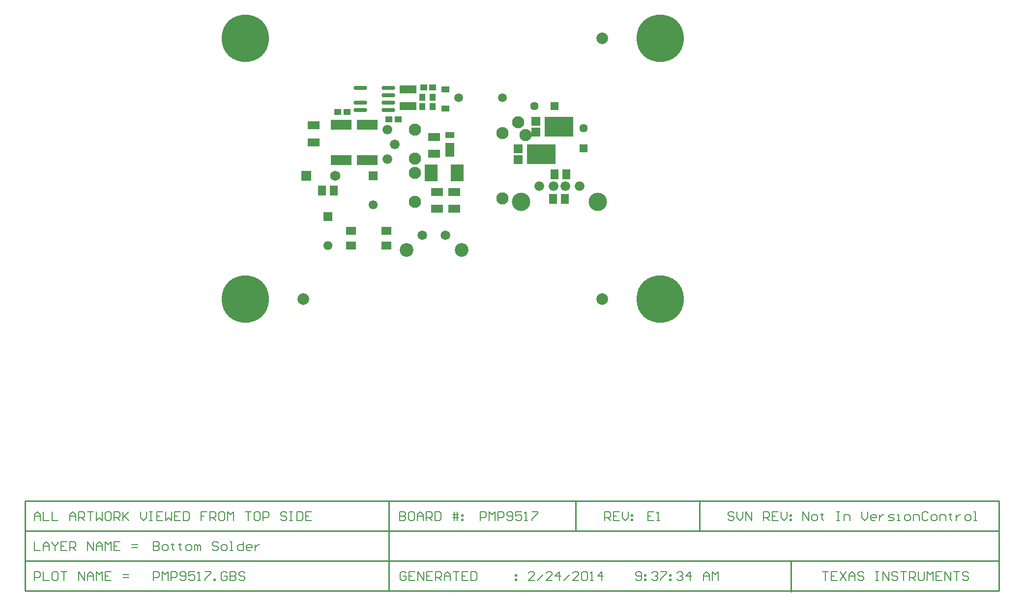
<source format=gbs>
%FSAX25Y25*%
%MOIN*%
G70*
G01*
G75*
G04 Layer_Color=16711935*
%ADD10R,0.06300X0.05000*%
%ADD11C,0.01969*%
%ADD12C,0.03937*%
%ADD13C,0.00800*%
%ADD14C,0.01000*%
%ADD15C,0.31496*%
%ADD16C,0.05512*%
%ADD17R,0.05512X0.05512*%
%ADD18R,0.05118X0.05118*%
%ADD19C,0.05118*%
%ADD20C,0.11811*%
%ADD21C,0.06000*%
%ADD22C,0.06299*%
%ADD23R,0.06299X0.06299*%
%ADD24C,0.05906*%
%ADD25R,0.05118X0.05118*%
%ADD26C,0.05315*%
%ADD27C,0.07874*%
%ADD28C,0.08700*%
%ADD29C,0.03937*%
%ADD30R,0.05000X0.06300*%
%ADD31R,0.05512X0.05472*%
%ADD32R,0.19134X0.13228*%
%ADD33R,0.07284X0.05118*%
%ADD34R,0.03740X0.03937*%
%ADD35R,0.03937X0.03740*%
%ADD36R,0.13780X0.05906*%
%ADD37R,0.05512X0.03543*%
%ADD38R,0.05512X0.08661*%
%ADD39R,0.10630X0.05118*%
%ADD40R,0.05984X0.04724*%
%ADD41R,0.08500X0.10799*%
%ADD42R,0.04803X0.03602*%
%ADD43O,0.08661X0.02362*%
%ADD44C,0.03150*%
%ADD45C,0.00700*%
%ADD46C,0.00787*%
%ADD47C,0.00500*%
%ADD48C,0.00799*%
%ADD49C,0.01400*%
%ADD50C,0.00984*%
%ADD51C,0.00591*%
%ADD52R,0.06900X0.05600*%
%ADD53C,0.32096*%
%ADD54C,0.00600*%
%ADD55C,0.06112*%
%ADD56R,0.06112X0.06112*%
%ADD57R,0.05718X0.05718*%
%ADD58C,0.05718*%
%ADD59C,0.12411*%
%ADD60C,0.06600*%
%ADD61C,0.06899*%
%ADD62R,0.06899X0.06899*%
%ADD63C,0.06506*%
%ADD64R,0.05718X0.05718*%
%ADD65C,0.05915*%
%ADD66C,0.08268*%
%ADD67C,0.00394*%
%ADD68C,0.09300*%
%ADD69R,0.05600X0.06900*%
%ADD70R,0.06112X0.06072*%
%ADD71R,0.19734X0.13828*%
%ADD72R,0.07883X0.05718*%
%ADD73R,0.04340X0.04537*%
%ADD74R,0.04537X0.04340*%
%ADD75C,0.07874*%
%ADD76R,0.14379X0.06506*%
%ADD77R,0.06112X0.04143*%
%ADD78R,0.06112X0.09261*%
%ADD79R,0.11230X0.05718*%
%ADD80R,0.06584X0.05324*%
%ADD81R,0.09100X0.11399*%
%ADD82R,0.05403X0.04202*%
%ADD83O,0.09261X0.02962*%
G54D13*
X0126900Y0073549D02*
Y0067551D01*
X0129899D01*
X0130899Y0068550D01*
Y0069550D01*
X0129899Y0070550D01*
X0126900D01*
X0129899D01*
X0130899Y0071549D01*
Y0072549D01*
X0129899Y0073549D01*
X0126900D01*
X0133898Y0067551D02*
X0135897D01*
X0136897Y0068550D01*
Y0070550D01*
X0135897Y0071549D01*
X0133898D01*
X0132898Y0070550D01*
Y0068550D01*
X0133898Y0067551D01*
X0139896Y0072549D02*
Y0071549D01*
X0138896D01*
X0140895D01*
X0139896D01*
Y0068550D01*
X0140895Y0067551D01*
X0144894Y0072549D02*
Y0071549D01*
X0143895D01*
X0145894D01*
X0144894D01*
Y0068550D01*
X0145894Y0067551D01*
X0149893D02*
X0151892D01*
X0152892Y0068550D01*
Y0070550D01*
X0151892Y0071549D01*
X0149893D01*
X0148893Y0070550D01*
Y0068550D01*
X0149893Y0067551D01*
X0154891D02*
Y0071549D01*
X0155891D01*
X0156890Y0070550D01*
Y0067551D01*
Y0070550D01*
X0157890Y0071549D01*
X0158890Y0070550D01*
Y0067551D01*
X0170886Y0072549D02*
X0169886Y0073549D01*
X0167887D01*
X0166887Y0072549D01*
Y0071549D01*
X0167887Y0070550D01*
X0169886D01*
X0170886Y0069550D01*
Y0068550D01*
X0169886Y0067551D01*
X0167887D01*
X0166887Y0068550D01*
X0173885Y0067551D02*
X0175884D01*
X0176884Y0068550D01*
Y0070550D01*
X0175884Y0071549D01*
X0173885D01*
X0172885Y0070550D01*
Y0068550D01*
X0173885Y0067551D01*
X0178883D02*
X0180883D01*
X0179883D01*
Y0073549D01*
X0178883D01*
X0187880D02*
Y0067551D01*
X0184881D01*
X0183882Y0068550D01*
Y0070550D01*
X0184881Y0071549D01*
X0187880D01*
X0192879Y0067551D02*
X0190879D01*
X0189880Y0068550D01*
Y0070550D01*
X0190879Y0071549D01*
X0192879D01*
X0193878Y0070550D01*
Y0069550D01*
X0189880D01*
X0195878Y0071549D02*
Y0067551D01*
Y0069550D01*
X0196877Y0070550D01*
X0197877Y0071549D01*
X0198877D01*
X0567400Y0087833D02*
Y0093831D01*
X0571399Y0087833D01*
Y0093831D01*
X0574398Y0087833D02*
X0576397D01*
X0577397Y0088833D01*
Y0090832D01*
X0576397Y0091832D01*
X0574398D01*
X0573398Y0090832D01*
Y0088833D01*
X0574398Y0087833D01*
X0580396Y0092832D02*
Y0091832D01*
X0579396D01*
X0581395D01*
X0580396D01*
Y0088833D01*
X0581395Y0087833D01*
X0590393Y0093831D02*
X0592392D01*
X0591392D01*
Y0087833D01*
X0590393D01*
X0592392D01*
X0595391D02*
Y0091832D01*
X0598390D01*
X0599390Y0090832D01*
Y0087833D01*
X0607387Y0093831D02*
Y0089833D01*
X0609386Y0087833D01*
X0611386Y0089833D01*
Y0093831D01*
X0616384Y0087833D02*
X0614385D01*
X0613385Y0088833D01*
Y0090832D01*
X0614385Y0091832D01*
X0616384D01*
X0617384Y0090832D01*
Y0089833D01*
X0613385D01*
X0619383Y0091832D02*
Y0087833D01*
Y0089833D01*
X0620383Y0090832D01*
X0621383Y0091832D01*
X0622382D01*
X0625381Y0087833D02*
X0628380D01*
X0629380Y0088833D01*
X0628380Y0089833D01*
X0626381D01*
X0625381Y0090832D01*
X0626381Y0091832D01*
X0629380D01*
X0631379Y0087833D02*
X0633379D01*
X0632379D01*
Y0091832D01*
X0631379D01*
X0637377Y0087833D02*
X0639377D01*
X0640376Y0088833D01*
Y0090832D01*
X0639377Y0091832D01*
X0637377D01*
X0636378Y0090832D01*
Y0088833D01*
X0637377Y0087833D01*
X0642376D02*
Y0091832D01*
X0645375D01*
X0646374Y0090832D01*
Y0087833D01*
X0652373Y0092832D02*
X0651373Y0093831D01*
X0649373D01*
X0648374Y0092832D01*
Y0088833D01*
X0649373Y0087833D01*
X0651373D01*
X0652373Y0088833D01*
X0655372Y0087833D02*
X0657371D01*
X0658371Y0088833D01*
Y0090832D01*
X0657371Y0091832D01*
X0655372D01*
X0654372Y0090832D01*
Y0088833D01*
X0655372Y0087833D01*
X0660370D02*
Y0091832D01*
X0663369D01*
X0664369Y0090832D01*
Y0087833D01*
X0667368Y0092832D02*
Y0091832D01*
X0666368D01*
X0668367D01*
X0667368D01*
Y0088833D01*
X0668367Y0087833D01*
X0671366Y0091832D02*
Y0087833D01*
Y0089833D01*
X0672366Y0090832D01*
X0673366Y0091832D01*
X0674365D01*
X0678364Y0087833D02*
X0680364D01*
X0681363Y0088833D01*
Y0090832D01*
X0680364Y0091832D01*
X0678364D01*
X0677364Y0090832D01*
Y0088833D01*
X0678364Y0087833D01*
X0683362D02*
X0685362D01*
X0684362D01*
Y0093831D01*
X0683362D01*
X0520799Y0092832D02*
X0519799Y0093831D01*
X0517800D01*
X0516800Y0092832D01*
Y0091832D01*
X0517800Y0090832D01*
X0519799D01*
X0520799Y0089833D01*
Y0088833D01*
X0519799Y0087833D01*
X0517800D01*
X0516800Y0088833D01*
X0522798Y0093831D02*
Y0089833D01*
X0524797Y0087833D01*
X0526797Y0089833D01*
Y0093831D01*
X0528796Y0087833D02*
Y0093831D01*
X0532795Y0087833D01*
Y0093831D01*
X0540792Y0087833D02*
Y0093831D01*
X0543791D01*
X0544791Y0092832D01*
Y0090832D01*
X0543791Y0089833D01*
X0540792D01*
X0542792D02*
X0544791Y0087833D01*
X0550789Y0093831D02*
X0546790D01*
Y0087833D01*
X0550789D01*
X0546790Y0090832D02*
X0548790D01*
X0552788Y0093831D02*
Y0089833D01*
X0554788Y0087833D01*
X0556787Y0089833D01*
Y0093831D01*
X0558786Y0091832D02*
X0559786D01*
Y0090832D01*
X0558786D01*
Y0091832D01*
Y0088833D02*
X0559786D01*
Y0087833D01*
X0558786D01*
Y0088833D01*
X0433000Y0087833D02*
Y0093831D01*
X0435999D01*
X0436999Y0092832D01*
Y0090832D01*
X0435999Y0089833D01*
X0433000D01*
X0434999D02*
X0436999Y0087833D01*
X0442997Y0093831D02*
X0438998D01*
Y0087833D01*
X0442997D01*
X0438998Y0090832D02*
X0440997D01*
X0444996Y0093831D02*
Y0089833D01*
X0446995Y0087833D01*
X0448995Y0089833D01*
Y0093831D01*
X0450994Y0091832D02*
X0451994D01*
Y0090832D01*
X0450994D01*
Y0091832D01*
Y0088833D02*
X0451994D01*
Y0087833D01*
X0450994D01*
Y0088833D01*
X0126900Y0046966D02*
Y0052965D01*
X0129899D01*
X0130899Y0051965D01*
Y0049966D01*
X0129899Y0048966D01*
X0126900D01*
X0132898Y0046966D02*
Y0052965D01*
X0134897Y0050965D01*
X0136897Y0052965D01*
Y0046966D01*
X0138896D02*
Y0052965D01*
X0141895D01*
X0142895Y0051965D01*
Y0049966D01*
X0141895Y0048966D01*
X0138896D01*
X0144894Y0047966D02*
X0145894Y0046966D01*
X0147893D01*
X0148893Y0047966D01*
Y0051965D01*
X0147893Y0052965D01*
X0145894D01*
X0144894Y0051965D01*
Y0050965D01*
X0145894Y0049966D01*
X0148893D01*
X0154891Y0052965D02*
X0150892D01*
Y0049966D01*
X0152892Y0050965D01*
X0153891D01*
X0154891Y0049966D01*
Y0047966D01*
X0153891Y0046966D01*
X0151892D01*
X0150892Y0047966D01*
X0156890Y0046966D02*
X0158890D01*
X0157890D01*
Y0052965D01*
X0156890Y0051965D01*
X0161889Y0052965D02*
X0165887D01*
Y0051965D01*
X0161889Y0047966D01*
Y0046966D01*
X0167887D02*
Y0047966D01*
X0168886D01*
Y0046966D01*
X0167887D01*
X0176884Y0051965D02*
X0175884Y0052965D01*
X0173885D01*
X0172885Y0051965D01*
Y0047966D01*
X0173885Y0046966D01*
X0175884D01*
X0176884Y0047966D01*
Y0049966D01*
X0174884D01*
X0178883Y0052965D02*
Y0046966D01*
X0181882D01*
X0182882Y0047966D01*
Y0048966D01*
X0181882Y0049966D01*
X0178883D01*
X0181882D01*
X0182882Y0050965D01*
Y0051965D01*
X0181882Y0052965D01*
X0178883D01*
X0188880Y0051965D02*
X0187880Y0052965D01*
X0185881D01*
X0184881Y0051965D01*
Y0050965D01*
X0185881Y0049966D01*
X0187880D01*
X0188880Y0048966D01*
Y0047966D01*
X0187880Y0046966D01*
X0185881D01*
X0184881Y0047966D01*
X0385149Y0046966D02*
X0381150D01*
X0385149Y0050965D01*
Y0051965D01*
X0384149Y0052965D01*
X0382150D01*
X0381150Y0051965D01*
X0387148Y0046966D02*
X0391147Y0050965D01*
X0397145Y0046966D02*
X0393146D01*
X0397145Y0050965D01*
Y0051965D01*
X0396145Y0052965D01*
X0394146D01*
X0393146Y0051965D01*
X0402143Y0046966D02*
Y0052965D01*
X0399144Y0049966D01*
X0403143D01*
X0405142Y0046966D02*
X0409141Y0050965D01*
X0415139Y0046966D02*
X0411140D01*
X0415139Y0050965D01*
Y0051965D01*
X0414139Y0052965D01*
X0412140D01*
X0411140Y0051965D01*
X0417138D02*
X0418138Y0052965D01*
X0420137D01*
X0421137Y0051965D01*
Y0047966D01*
X0420137Y0046966D01*
X0418138D01*
X0417138Y0047966D01*
Y0051965D01*
X0423136Y0046966D02*
X0425136D01*
X0424136D01*
Y0052965D01*
X0423136Y0051965D01*
X0431134Y0046966D02*
Y0052965D01*
X0428135Y0049966D01*
X0432133D01*
X0298199Y0051965D02*
X0297199Y0052965D01*
X0295200D01*
X0294200Y0051965D01*
Y0047966D01*
X0295200Y0046966D01*
X0297199D01*
X0298199Y0047966D01*
Y0049966D01*
X0296199D01*
X0304197Y0052965D02*
X0300198D01*
Y0046966D01*
X0304197D01*
X0300198Y0049966D02*
X0302197D01*
X0306196Y0046966D02*
Y0052965D01*
X0310195Y0046966D01*
Y0052965D01*
X0316193D02*
X0312194D01*
Y0046966D01*
X0316193D01*
X0312194Y0049966D02*
X0314194D01*
X0318192Y0046966D02*
Y0052965D01*
X0321191D01*
X0322191Y0051965D01*
Y0049966D01*
X0321191Y0048966D01*
X0318192D01*
X0320192D02*
X0322191Y0046966D01*
X0324190D02*
Y0050965D01*
X0326190Y0052965D01*
X0328189Y0050965D01*
Y0046966D01*
Y0049966D01*
X0324190D01*
X0330188Y0052965D02*
X0334187D01*
X0332188D01*
Y0046966D01*
X0340185Y0052965D02*
X0336186D01*
Y0046966D01*
X0340185D01*
X0336186Y0049966D02*
X0338186D01*
X0342184Y0052965D02*
Y0046966D01*
X0345183D01*
X0346183Y0047966D01*
Y0051965D01*
X0345183Y0052965D01*
X0342184D01*
X0372175Y0050965D02*
X0373175D01*
Y0049966D01*
X0372175D01*
Y0050965D01*
Y0047966D02*
X0373175D01*
Y0046966D01*
X0372175D01*
Y0047966D01*
X0046350Y0087833D02*
Y0091832D01*
X0048349Y0093831D01*
X0050349Y0091832D01*
Y0087833D01*
Y0090832D01*
X0046350D01*
X0052348Y0093831D02*
Y0087833D01*
X0056347D01*
X0058346Y0093831D02*
Y0087833D01*
X0062345D01*
X0070342D02*
Y0091832D01*
X0072342Y0093831D01*
X0074341Y0091832D01*
Y0087833D01*
Y0090832D01*
X0070342D01*
X0076340Y0087833D02*
Y0093831D01*
X0079339D01*
X0080339Y0092832D01*
Y0090832D01*
X0079339Y0089833D01*
X0076340D01*
X0078340D02*
X0080339Y0087833D01*
X0082338Y0093831D02*
X0086337D01*
X0084338D01*
Y0087833D01*
X0088336Y0093831D02*
Y0087833D01*
X0090336Y0089833D01*
X0092335Y0087833D01*
Y0093831D01*
X0097334D02*
X0095334D01*
X0094335Y0092832D01*
Y0088833D01*
X0095334Y0087833D01*
X0097334D01*
X0098333Y0088833D01*
Y0092832D01*
X0097334Y0093831D01*
X0100332Y0087833D02*
Y0093831D01*
X0103332D01*
X0104331Y0092832D01*
Y0090832D01*
X0103332Y0089833D01*
X0100332D01*
X0102332D02*
X0104331Y0087833D01*
X0106331Y0093831D02*
Y0087833D01*
Y0089833D01*
X0110329Y0093831D01*
X0107330Y0090832D01*
X0110329Y0087833D01*
X0118327Y0093831D02*
Y0089833D01*
X0120326Y0087833D01*
X0122325Y0089833D01*
Y0093831D01*
X0124325D02*
X0126324D01*
X0125324D01*
Y0087833D01*
X0124325D01*
X0126324D01*
X0133322Y0093831D02*
X0129323D01*
Y0087833D01*
X0133322D01*
X0129323Y0090832D02*
X0131323D01*
X0135321Y0093831D02*
Y0087833D01*
X0137321Y0089833D01*
X0139320Y0087833D01*
Y0093831D01*
X0145318D02*
X0141319D01*
Y0087833D01*
X0145318D01*
X0141319Y0090832D02*
X0143319D01*
X0147317Y0093831D02*
Y0087833D01*
X0150316D01*
X0151316Y0088833D01*
Y0092832D01*
X0150316Y0093831D01*
X0147317D01*
X0163312D02*
X0159313D01*
Y0090832D01*
X0161313D01*
X0159313D01*
Y0087833D01*
X0165312D02*
Y0093831D01*
X0168310D01*
X0169310Y0092832D01*
Y0090832D01*
X0168310Y0089833D01*
X0165312D01*
X0167311D02*
X0169310Y0087833D01*
X0174309Y0093831D02*
X0172309D01*
X0171310Y0092832D01*
Y0088833D01*
X0172309Y0087833D01*
X0174309D01*
X0175308Y0088833D01*
Y0092832D01*
X0174309Y0093831D01*
X0177308Y0087833D02*
Y0093831D01*
X0179307Y0091832D01*
X0181306Y0093831D01*
Y0087833D01*
X0189304Y0093831D02*
X0193303D01*
X0191303D01*
Y0087833D01*
X0198301Y0093831D02*
X0196301D01*
X0195302Y0092832D01*
Y0088833D01*
X0196301Y0087833D01*
X0198301D01*
X0199301Y0088833D01*
Y0092832D01*
X0198301Y0093831D01*
X0201300Y0087833D02*
Y0093831D01*
X0204299D01*
X0205299Y0092832D01*
Y0090832D01*
X0204299Y0089833D01*
X0201300D01*
X0217295Y0092832D02*
X0216295Y0093831D01*
X0214296D01*
X0213296Y0092832D01*
Y0091832D01*
X0214296Y0090832D01*
X0216295D01*
X0217295Y0089833D01*
Y0088833D01*
X0216295Y0087833D01*
X0214296D01*
X0213296Y0088833D01*
X0219294Y0093831D02*
X0221293D01*
X0220294D01*
Y0087833D01*
X0219294D01*
X0221293D01*
X0224292Y0093831D02*
Y0087833D01*
X0227291D01*
X0228291Y0088833D01*
Y0092832D01*
X0227291Y0093831D01*
X0224292D01*
X0234289D02*
X0230291D01*
Y0087833D01*
X0234289D01*
X0230291Y0090832D02*
X0232290D01*
X0466149Y0093831D02*
X0462150D01*
Y0087833D01*
X0466149D01*
X0462150Y0090832D02*
X0464149D01*
X0468148Y0087833D02*
X0470147D01*
X0469148D01*
Y0093831D01*
X0468148Y0092832D01*
X0348550Y0087833D02*
Y0093831D01*
X0351549D01*
X0352549Y0092832D01*
Y0090832D01*
X0351549Y0089833D01*
X0348550D01*
X0354548Y0087833D02*
Y0093831D01*
X0356547Y0091832D01*
X0358547Y0093831D01*
Y0087833D01*
X0360546D02*
Y0093831D01*
X0363545D01*
X0364545Y0092832D01*
Y0090832D01*
X0363545Y0089833D01*
X0360546D01*
X0366544Y0088833D02*
X0367544Y0087833D01*
X0369543D01*
X0370543Y0088833D01*
Y0092832D01*
X0369543Y0093831D01*
X0367544D01*
X0366544Y0092832D01*
Y0091832D01*
X0367544Y0090832D01*
X0370543D01*
X0376541Y0093831D02*
X0372542D01*
Y0090832D01*
X0374542Y0091832D01*
X0375541D01*
X0376541Y0090832D01*
Y0088833D01*
X0375541Y0087833D01*
X0373542D01*
X0372542Y0088833D01*
X0378540Y0087833D02*
X0380540D01*
X0379540D01*
Y0093831D01*
X0378540Y0092832D01*
X0383539Y0093831D02*
X0387537D01*
Y0092832D01*
X0383539Y0088833D01*
Y0087833D01*
X0294000Y0093831D02*
Y0087833D01*
X0296999D01*
X0297999Y0088833D01*
Y0089833D01*
X0296999Y0090832D01*
X0294000D01*
X0296999D01*
X0297999Y0091832D01*
Y0092832D01*
X0296999Y0093831D01*
X0294000D01*
X0302997D02*
X0300998D01*
X0299998Y0092832D01*
Y0088833D01*
X0300998Y0087833D01*
X0302997D01*
X0303997Y0088833D01*
Y0092832D01*
X0302997Y0093831D01*
X0305996Y0087833D02*
Y0091832D01*
X0307996Y0093831D01*
X0309995Y0091832D01*
Y0087833D01*
Y0090832D01*
X0305996D01*
X0311994Y0087833D02*
Y0093831D01*
X0314993D01*
X0315993Y0092832D01*
Y0090832D01*
X0314993Y0089833D01*
X0311994D01*
X0313994D02*
X0315993Y0087833D01*
X0317992Y0093831D02*
Y0087833D01*
X0320991D01*
X0321991Y0088833D01*
Y0092832D01*
X0320991Y0093831D01*
X0317992D01*
X0330988Y0087833D02*
Y0093831D01*
X0332987D02*
Y0087833D01*
X0329988Y0091832D02*
X0332987D01*
X0333987D01*
X0329988Y0089833D02*
X0333987D01*
X0335986Y0091832D02*
X0336986D01*
Y0090832D01*
X0335986D01*
Y0091832D01*
Y0088833D02*
X0336986D01*
Y0087833D01*
X0335986D01*
Y0088833D01*
X0046350Y0073549D02*
Y0067551D01*
X0050349D01*
X0052348D02*
Y0071549D01*
X0054347Y0073549D01*
X0056347Y0071549D01*
Y0067551D01*
Y0070550D01*
X0052348D01*
X0058346Y0073549D02*
Y0072549D01*
X0060346Y0070550D01*
X0062345Y0072549D01*
Y0073549D01*
X0060346Y0070550D02*
Y0067551D01*
X0068343Y0073549D02*
X0064344D01*
Y0067551D01*
X0068343D01*
X0064344Y0070550D02*
X0066343D01*
X0070342Y0067551D02*
Y0073549D01*
X0073341D01*
X0074341Y0072549D01*
Y0070550D01*
X0073341Y0069550D01*
X0070342D01*
X0072342D02*
X0074341Y0067551D01*
X0082338D02*
Y0073549D01*
X0086337Y0067551D01*
Y0073549D01*
X0088336Y0067551D02*
Y0071549D01*
X0090336Y0073549D01*
X0092335Y0071549D01*
Y0067551D01*
Y0070550D01*
X0088336D01*
X0094335Y0067551D02*
Y0073549D01*
X0096334Y0071549D01*
X0098333Y0073549D01*
Y0067551D01*
X0104331Y0073549D02*
X0100332D01*
Y0067551D01*
X0104331D01*
X0100332Y0070550D02*
X0102332D01*
X0112329Y0069550D02*
X0116327D01*
X0112329Y0071549D02*
X0116327D01*
X0046350Y0046966D02*
Y0052965D01*
X0049349D01*
X0050349Y0051965D01*
Y0049966D01*
X0049349Y0048966D01*
X0046350D01*
X0052348Y0052965D02*
Y0046966D01*
X0056347D01*
X0061345Y0052965D02*
X0059346D01*
X0058346Y0051965D01*
Y0047966D01*
X0059346Y0046966D01*
X0061345D01*
X0062345Y0047966D01*
Y0051965D01*
X0061345Y0052965D01*
X0064344D02*
X0068343D01*
X0066343D01*
Y0046966D01*
X0076340D02*
Y0052965D01*
X0080339Y0046966D01*
Y0052965D01*
X0082338Y0046966D02*
Y0050965D01*
X0084338Y0052965D01*
X0086337Y0050965D01*
Y0046966D01*
Y0049966D01*
X0082338D01*
X0088336Y0046966D02*
Y0052965D01*
X0090336Y0050965D01*
X0092335Y0052965D01*
Y0046966D01*
X0098333Y0052965D02*
X0094335D01*
Y0046966D01*
X0098333D01*
X0094335Y0049966D02*
X0096334D01*
X0106331Y0048966D02*
X0110329D01*
X0106331Y0050965D02*
X0110329D01*
X0454050Y0047966D02*
X0455050Y0046966D01*
X0457049D01*
X0458049Y0047966D01*
Y0051965D01*
X0457049Y0052965D01*
X0455050D01*
X0454050Y0051965D01*
Y0050965D01*
X0455050Y0049966D01*
X0458049D01*
X0460048Y0050965D02*
X0461048D01*
Y0049966D01*
X0460048D01*
Y0050965D01*
Y0047966D02*
X0461048D01*
Y0046966D01*
X0460048D01*
Y0047966D01*
X0465046Y0051965D02*
X0466046Y0052965D01*
X0468046D01*
X0469045Y0051965D01*
Y0050965D01*
X0468046Y0049966D01*
X0467046D01*
X0468046D01*
X0469045Y0048966D01*
Y0047966D01*
X0468046Y0046966D01*
X0466046D01*
X0465046Y0047966D01*
X0471044Y0052965D02*
X0475043D01*
Y0051965D01*
X0471044Y0047966D01*
Y0046966D01*
X0477043Y0050965D02*
X0478042D01*
Y0049966D01*
X0477043D01*
Y0050965D01*
Y0047966D02*
X0478042D01*
Y0046966D01*
X0477043D01*
Y0047966D01*
X0482041Y0051965D02*
X0483041Y0052965D01*
X0485040D01*
X0486040Y0051965D01*
Y0050965D01*
X0485040Y0049966D01*
X0484040D01*
X0485040D01*
X0486040Y0048966D01*
Y0047966D01*
X0485040Y0046966D01*
X0483041D01*
X0482041Y0047966D01*
X0491038Y0046966D02*
Y0052965D01*
X0488039Y0049966D01*
X0492038D01*
X0500035Y0046966D02*
Y0050965D01*
X0502035Y0052965D01*
X0504034Y0050965D01*
Y0046966D01*
Y0049966D01*
X0500035D01*
X0506033Y0046966D02*
Y0052965D01*
X0508033Y0050965D01*
X0510032Y0052965D01*
Y0046966D01*
X0580500Y0052965D02*
X0584499D01*
X0582499D01*
Y0046966D01*
X0590497Y0052965D02*
X0586498D01*
Y0046966D01*
X0590497D01*
X0586498Y0049966D02*
X0588497D01*
X0592496Y0052965D02*
X0596495Y0046966D01*
Y0052965D02*
X0592496Y0046966D01*
X0598494D02*
Y0050965D01*
X0600493Y0052965D01*
X0602493Y0050965D01*
Y0046966D01*
Y0049966D01*
X0598494D01*
X0608491Y0051965D02*
X0607491Y0052965D01*
X0605492D01*
X0604492Y0051965D01*
Y0050965D01*
X0605492Y0049966D01*
X0607491D01*
X0608491Y0048966D01*
Y0047966D01*
X0607491Y0046966D01*
X0605492D01*
X0604492Y0047966D01*
X0616488Y0052965D02*
X0618488D01*
X0617488D01*
Y0046966D01*
X0616488D01*
X0618488D01*
X0621487D02*
Y0052965D01*
X0625486Y0046966D01*
Y0052965D01*
X0631484Y0051965D02*
X0630484Y0052965D01*
X0628484D01*
X0627485Y0051965D01*
Y0050965D01*
X0628484Y0049966D01*
X0630484D01*
X0631484Y0048966D01*
Y0047966D01*
X0630484Y0046966D01*
X0628484D01*
X0627485Y0047966D01*
X0633483Y0052965D02*
X0637482D01*
X0635482D01*
Y0046966D01*
X0639481D02*
Y0052965D01*
X0642480D01*
X0643480Y0051965D01*
Y0049966D01*
X0642480Y0048966D01*
X0639481D01*
X0641480D02*
X0643480Y0046966D01*
X0645479Y0052965D02*
Y0047966D01*
X0646479Y0046966D01*
X0648478D01*
X0649478Y0047966D01*
Y0052965D01*
X0651477Y0046966D02*
Y0052965D01*
X0653476Y0050965D01*
X0655476Y0052965D01*
Y0046966D01*
X0661474Y0052965D02*
X0657475D01*
Y0046966D01*
X0661474D01*
X0657475Y0049966D02*
X0659474D01*
X0663473Y0046966D02*
Y0052965D01*
X0667472Y0046966D01*
Y0052965D01*
X0669471D02*
X0673470D01*
X0671471D01*
Y0046966D01*
X0679468Y0051965D02*
X0678468Y0052965D01*
X0676469D01*
X0675469Y0051965D01*
Y0050965D01*
X0676469Y0049966D01*
X0678468D01*
X0679468Y0048966D01*
Y0047966D01*
X0678468Y0046966D01*
X0676469D01*
X0675469Y0047966D01*
G54D14*
X0497200Y0080717D02*
Y0101050D01*
X0413200Y0080717D02*
Y0101050D01*
X0040000Y0080717D02*
X0700200D01*
X0040000Y0060383D02*
X0700000D01*
X0040000Y0040050D02*
X0440500D01*
X0040050Y0101050D02*
X0700200D01*
X0040050Y0040050D02*
Y0101050D01*
Y0040050D02*
X0197600D01*
X0040000D02*
Y0101050D01*
X0286500Y0040050D02*
Y0101050D01*
X0700200Y0040050D02*
Y0101050D01*
X0440500Y0040050D02*
X0700200D01*
X0559400Y0039400D02*
Y0059683D01*
G54D53*
X0189279Y0415211D02*
D03*
Y0238046D02*
D03*
X0470775Y0415211D02*
D03*
Y0238046D02*
D03*
G54D54*
X0323137Y0387652D02*
D03*
X0222743Y0324660D02*
D03*
X0323137Y0261668D02*
D03*
X0437310Y0324660D02*
D03*
G54D55*
X0275893Y0302022D02*
D03*
X0245381Y0274463D02*
D03*
G54D56*
X0275893Y0321707D02*
D03*
X0245381Y0294148D02*
D03*
G54D57*
X0398924Y0368951D02*
D03*
G54D58*
X0385145D02*
D03*
X0418610Y0354187D02*
D03*
G54D59*
X0428137Y0304148D02*
D03*
X0376405D02*
D03*
G54D60*
X0416050Y0314817D02*
D03*
X0406208D02*
D03*
X0398334D02*
D03*
X0388491D02*
D03*
X0285735Y0333203D02*
D03*
X0290735Y0343203D02*
D03*
X0285735Y0353203D02*
D03*
G54D61*
X0250302Y0321707D02*
D03*
G54D62*
X0230617D02*
D03*
G54D63*
X0309358Y0281353D02*
D03*
X0325106D02*
D03*
G54D64*
X0418610Y0340408D02*
D03*
G54D65*
X0333964Y0374857D02*
D03*
X0363491D02*
D03*
G54D66*
Y0306451D02*
D03*
X0379239Y0349266D02*
D03*
X0374318Y0358124D02*
D03*
X0363491Y0350743D02*
D03*
X0304436Y0353203D02*
D03*
Y0333518D02*
D03*
Y0323676D02*
D03*
Y0303991D02*
D03*
G54D67*
Y0343361D02*
D03*
Y0313833D02*
D03*
G54D68*
X0335932Y0271510D02*
D03*
X0298531D02*
D03*
G54D69*
X0397877Y0305959D02*
D03*
X0405877D02*
D03*
X0249381Y0311865D02*
D03*
X0241381D02*
D03*
X0406861Y0322691D02*
D03*
X0398861D02*
D03*
G54D70*
X0386165Y0351550D02*
D03*
Y0358794D02*
D03*
X0374354Y0340093D02*
D03*
Y0332849D02*
D03*
G54D71*
X0401842Y0355172D02*
D03*
X0390031Y0336471D02*
D03*
G54D72*
X0235539Y0355959D02*
D03*
Y0344542D02*
D03*
X0331011Y0310683D02*
D03*
Y0299266D02*
D03*
X0319200D02*
D03*
Y0310683D02*
D03*
X0317231Y0348085D02*
D03*
Y0336668D02*
D03*
G54D73*
X0316247Y0375054D02*
D03*
Y0368754D02*
D03*
X0309358Y0375054D02*
D03*
Y0368754D02*
D03*
G54D74*
X0316444Y0381747D02*
D03*
X0310145D02*
D03*
X0286523Y0360093D02*
D03*
X0292822D02*
D03*
X0252074Y0365014D02*
D03*
X0258373D02*
D03*
G54D75*
X0228649Y0238046D02*
D03*
X0431405Y0415211D02*
D03*
Y0238046D02*
D03*
G54D76*
X0254239Y0356353D02*
D03*
Y0332337D02*
D03*
X0271956Y0356353D02*
D03*
Y0332337D02*
D03*
G54D77*
X0328058Y0349365D02*
D03*
G54D78*
Y0339325D02*
D03*
G54D79*
X0299515Y0369148D02*
D03*
Y0380565D02*
D03*
G54D80*
X0285047Y0284306D02*
D03*
Y0274463D02*
D03*
X0260834D02*
D03*
Y0284306D02*
D03*
G54D81*
X0315421Y0323676D02*
D03*
X0332822D02*
D03*
G54D82*
X0325106Y0380319D02*
D03*
Y0367426D02*
D03*
G54D83*
X0286326Y0381372D02*
D03*
Y0376372D02*
D03*
Y0371372D02*
D03*
Y0366372D02*
D03*
X0267428Y0381372D02*
D03*
Y0371372D02*
D03*
Y0366372D02*
D03*
M02*

</source>
